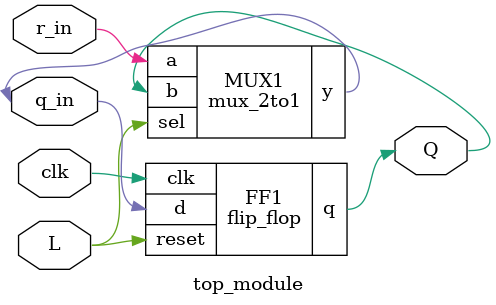
<source format=sv>
module flip_flop(
    input clk,
    input reset,
    input d,
    output reg q
);
    always @(posedge clk or posedge reset) begin
        if (reset) begin
            q <= 0;
        end else begin
            q <= d;
        end
    end
endmodule
module mux_2to1(
    input a,
    input b,
    input sel,
    output reg y
);
    always @(*) begin
        if (sel) begin
            y = b;
        end else begin
            y = a;
        end
    end
endmodule
module top_module(
    input clk,
    input L,
    input q_in,
    input r_in,
    output reg Q
);
    // Instantiate flip-flop
    flip_flop FF1 (
        .clk(clk),
        .reset(L),
        .d(q_in),
        .q(Q)
    );

    // Instantiate multiplexer
    mux_2to1 MUX1 (
        .a(r_in),
        .b(Q),
        .sel(L),
        .y(q_in)
    );
endmodule

</source>
